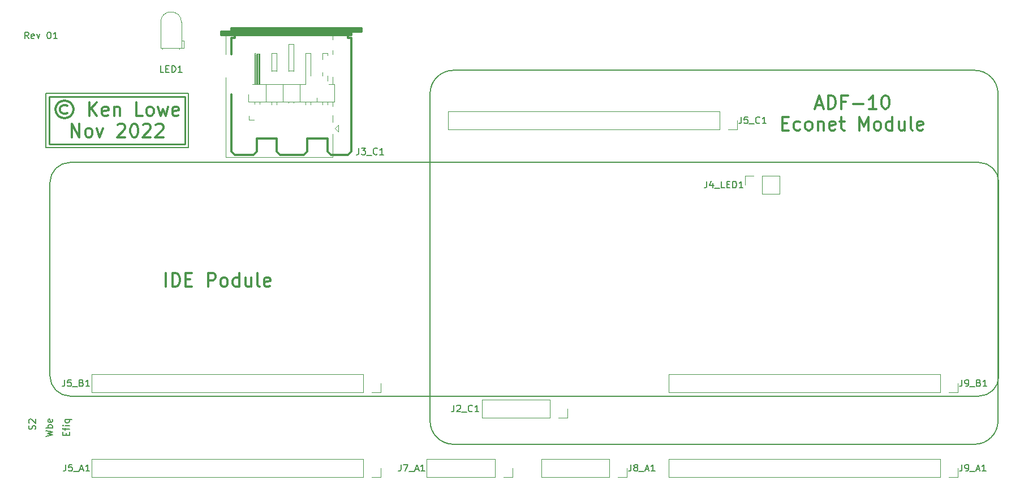
<source format=gbr>
G04 #@! TF.GenerationSoftware,KiCad,Pcbnew,(6.0.7)*
G04 #@! TF.CreationDate,2022-11-13T23:20:38+00:00*
G04 #@! TF.ProjectId,A3010PoduleCarrier,41333031-3050-46f6-9475-6c6543617272,01a*
G04 #@! TF.SameCoordinates,Original*
G04 #@! TF.FileFunction,Legend,Top*
G04 #@! TF.FilePolarity,Positive*
%FSLAX46Y46*%
G04 Gerber Fmt 4.6, Leading zero omitted, Abs format (unit mm)*
G04 Created by KiCad (PCBNEW (6.0.7)) date 2022-11-13 23:20:38*
%MOMM*%
%LPD*%
G01*
G04 APERTURE LIST*
%ADD10C,0.150000*%
%ADD11C,0.200000*%
%ADD12C,0.250000*%
%ADD13C,0.300000*%
%ADD14C,0.120000*%
%ADD15C,0.304800*%
G04 APERTURE END LIST*
D10*
X99174000Y-63111000D02*
X77838000Y-63111000D01*
D11*
X220306000Y-63175000D02*
G75*
G03*
X216806000Y-59675000I-3500000J0D01*
G01*
X78426000Y-105470000D02*
X78426000Y-76470000D01*
X216806000Y-59675000D02*
X138806000Y-59675000D01*
X217426000Y-108470000D02*
G75*
G03*
X220426000Y-105470000I0J3000000D01*
G01*
D12*
X98666000Y-70731000D02*
X98666000Y-63619000D01*
X98666000Y-63619000D02*
X78346000Y-63619000D01*
D11*
X135306000Y-112175000D02*
X135306000Y-63175000D01*
X135306000Y-112175000D02*
G75*
G03*
X138806000Y-115675000I3500000J0D01*
G01*
X81426000Y-108470000D02*
X217426000Y-108470000D01*
X216806000Y-115675000D02*
X138806000Y-115675000D01*
X220426000Y-105470000D02*
X220426000Y-76470000D01*
X81426000Y-73470000D02*
X217426000Y-73470000D01*
X78426000Y-105470000D02*
G75*
G03*
X81426000Y-108470000I3000000J0D01*
G01*
D10*
X77838000Y-71239000D02*
X99174000Y-71239000D01*
X99174000Y-71239000D02*
X99174000Y-63111000D01*
D11*
X220306000Y-63175000D02*
X220306000Y-112175000D01*
X220426000Y-76470000D02*
G75*
G03*
X217426000Y-73470000I-3000000J0D01*
G01*
D12*
X78346000Y-70731000D02*
X98666000Y-70731000D01*
D11*
X216806000Y-115675000D02*
G75*
G03*
X220306000Y-112175000I0J3500000D01*
G01*
D12*
X78346000Y-63619000D02*
X78346000Y-70731000D01*
D11*
X81426000Y-73470000D02*
G75*
G03*
X78426000Y-76470000I0J-3000000D01*
G01*
D10*
X77838000Y-63111000D02*
X77838000Y-71239000D01*
D11*
X138806000Y-59675000D02*
G75*
G03*
X135306000Y-63175000I0J-3500000D01*
G01*
D13*
X193069809Y-64873333D02*
X194022190Y-64873333D01*
X192879333Y-65444761D02*
X193546000Y-63444761D01*
X194212666Y-65444761D01*
X194879333Y-65444761D02*
X194879333Y-63444761D01*
X195355523Y-63444761D01*
X195641238Y-63540000D01*
X195831714Y-63730476D01*
X195926952Y-63920952D01*
X196022190Y-64301904D01*
X196022190Y-64587619D01*
X195926952Y-64968571D01*
X195831714Y-65159047D01*
X195641238Y-65349523D01*
X195355523Y-65444761D01*
X194879333Y-65444761D01*
X197546000Y-64397142D02*
X196879333Y-64397142D01*
X196879333Y-65444761D02*
X196879333Y-63444761D01*
X197831714Y-63444761D01*
X198593619Y-64682857D02*
X200117428Y-64682857D01*
X202117428Y-65444761D02*
X200974571Y-65444761D01*
X201546000Y-65444761D02*
X201546000Y-63444761D01*
X201355523Y-63730476D01*
X201165047Y-63920952D01*
X200974571Y-64016190D01*
X203355523Y-63444761D02*
X203546000Y-63444761D01*
X203736476Y-63540000D01*
X203831714Y-63635238D01*
X203926952Y-63825714D01*
X204022190Y-64206666D01*
X204022190Y-64682857D01*
X203926952Y-65063809D01*
X203831714Y-65254285D01*
X203736476Y-65349523D01*
X203546000Y-65444761D01*
X203355523Y-65444761D01*
X203165047Y-65349523D01*
X203069809Y-65254285D01*
X202974571Y-65063809D01*
X202879333Y-64682857D01*
X202879333Y-64206666D01*
X202974571Y-63825714D01*
X203069809Y-63635238D01*
X203165047Y-63540000D01*
X203355523Y-63444761D01*
X188022190Y-67617142D02*
X188688857Y-67617142D01*
X188974571Y-68664761D02*
X188022190Y-68664761D01*
X188022190Y-66664761D01*
X188974571Y-66664761D01*
X190688857Y-68569523D02*
X190498380Y-68664761D01*
X190117428Y-68664761D01*
X189926952Y-68569523D01*
X189831714Y-68474285D01*
X189736476Y-68283809D01*
X189736476Y-67712380D01*
X189831714Y-67521904D01*
X189926952Y-67426666D01*
X190117428Y-67331428D01*
X190498380Y-67331428D01*
X190688857Y-67426666D01*
X191831714Y-68664761D02*
X191641238Y-68569523D01*
X191546000Y-68474285D01*
X191450761Y-68283809D01*
X191450761Y-67712380D01*
X191546000Y-67521904D01*
X191641238Y-67426666D01*
X191831714Y-67331428D01*
X192117428Y-67331428D01*
X192307904Y-67426666D01*
X192403142Y-67521904D01*
X192498380Y-67712380D01*
X192498380Y-68283809D01*
X192403142Y-68474285D01*
X192307904Y-68569523D01*
X192117428Y-68664761D01*
X191831714Y-68664761D01*
X193355523Y-67331428D02*
X193355523Y-68664761D01*
X193355523Y-67521904D02*
X193450761Y-67426666D01*
X193641238Y-67331428D01*
X193926952Y-67331428D01*
X194117428Y-67426666D01*
X194212666Y-67617142D01*
X194212666Y-68664761D01*
X195926952Y-68569523D02*
X195736476Y-68664761D01*
X195355523Y-68664761D01*
X195165047Y-68569523D01*
X195069809Y-68379047D01*
X195069809Y-67617142D01*
X195165047Y-67426666D01*
X195355523Y-67331428D01*
X195736476Y-67331428D01*
X195926952Y-67426666D01*
X196022190Y-67617142D01*
X196022190Y-67807619D01*
X195069809Y-67998095D01*
X196593619Y-67331428D02*
X197355523Y-67331428D01*
X196879333Y-66664761D02*
X196879333Y-68379047D01*
X196974571Y-68569523D01*
X197165047Y-68664761D01*
X197355523Y-68664761D01*
X199546000Y-68664761D02*
X199546000Y-66664761D01*
X200212666Y-68093333D01*
X200879333Y-66664761D01*
X200879333Y-68664761D01*
X202117428Y-68664761D02*
X201926952Y-68569523D01*
X201831714Y-68474285D01*
X201736476Y-68283809D01*
X201736476Y-67712380D01*
X201831714Y-67521904D01*
X201926952Y-67426666D01*
X202117428Y-67331428D01*
X202403142Y-67331428D01*
X202593619Y-67426666D01*
X202688857Y-67521904D01*
X202784095Y-67712380D01*
X202784095Y-68283809D01*
X202688857Y-68474285D01*
X202593619Y-68569523D01*
X202403142Y-68664761D01*
X202117428Y-68664761D01*
X204498380Y-68664761D02*
X204498380Y-66664761D01*
X204498380Y-68569523D02*
X204307904Y-68664761D01*
X203926952Y-68664761D01*
X203736476Y-68569523D01*
X203641238Y-68474285D01*
X203546000Y-68283809D01*
X203546000Y-67712380D01*
X203641238Y-67521904D01*
X203736476Y-67426666D01*
X203926952Y-67331428D01*
X204307904Y-67331428D01*
X204498380Y-67426666D01*
X206307904Y-67331428D02*
X206307904Y-68664761D01*
X205450761Y-67331428D02*
X205450761Y-68379047D01*
X205546000Y-68569523D01*
X205736476Y-68664761D01*
X206022190Y-68664761D01*
X206212666Y-68569523D01*
X206307904Y-68474285D01*
X207546000Y-68664761D02*
X207355523Y-68569523D01*
X207260285Y-68379047D01*
X207260285Y-66664761D01*
X209069809Y-68569523D02*
X208879333Y-68664761D01*
X208498380Y-68664761D01*
X208307904Y-68569523D01*
X208212666Y-68379047D01*
X208212666Y-67617142D01*
X208307904Y-67426666D01*
X208498380Y-67331428D01*
X208879333Y-67331428D01*
X209069809Y-67426666D01*
X209165047Y-67617142D01*
X209165047Y-67807619D01*
X208212666Y-67998095D01*
D10*
X75242666Y-54927380D02*
X74909333Y-54451190D01*
X74671238Y-54927380D02*
X74671238Y-53927380D01*
X75052190Y-53927380D01*
X75147428Y-53975000D01*
X75195047Y-54022619D01*
X75242666Y-54117857D01*
X75242666Y-54260714D01*
X75195047Y-54355952D01*
X75147428Y-54403571D01*
X75052190Y-54451190D01*
X74671238Y-54451190D01*
X76052190Y-54879761D02*
X75956952Y-54927380D01*
X75766476Y-54927380D01*
X75671238Y-54879761D01*
X75623619Y-54784523D01*
X75623619Y-54403571D01*
X75671238Y-54308333D01*
X75766476Y-54260714D01*
X75956952Y-54260714D01*
X76052190Y-54308333D01*
X76099809Y-54403571D01*
X76099809Y-54498809D01*
X75623619Y-54594047D01*
X76433142Y-54260714D02*
X76671238Y-54927380D01*
X76909333Y-54260714D01*
X78242666Y-53927380D02*
X78337904Y-53927380D01*
X78433142Y-53975000D01*
X78480761Y-54022619D01*
X78528380Y-54117857D01*
X78576000Y-54308333D01*
X78576000Y-54546428D01*
X78528380Y-54736904D01*
X78480761Y-54832142D01*
X78433142Y-54879761D01*
X78337904Y-54927380D01*
X78242666Y-54927380D01*
X78147428Y-54879761D01*
X78099809Y-54832142D01*
X78052190Y-54736904D01*
X78004571Y-54546428D01*
X78004571Y-54308333D01*
X78052190Y-54117857D01*
X78099809Y-54022619D01*
X78147428Y-53975000D01*
X78242666Y-53927380D01*
X79528380Y-54927380D02*
X78956952Y-54927380D01*
X79242666Y-54927380D02*
X79242666Y-53927380D01*
X79147428Y-54070238D01*
X79052190Y-54165476D01*
X78956952Y-54213095D01*
D13*
X80982190Y-64945952D02*
X80791714Y-64850714D01*
X80410761Y-64850714D01*
X80220285Y-64945952D01*
X80029809Y-65136428D01*
X79934571Y-65326904D01*
X79934571Y-65707857D01*
X80029809Y-65898333D01*
X80220285Y-66088809D01*
X80410761Y-66184047D01*
X80791714Y-66184047D01*
X80982190Y-66088809D01*
X80601238Y-64184047D02*
X80125047Y-64279285D01*
X79648857Y-64565000D01*
X79363142Y-65041190D01*
X79267904Y-65517380D01*
X79363142Y-65993571D01*
X79648857Y-66469761D01*
X80125047Y-66755476D01*
X80601238Y-66850714D01*
X81077428Y-66755476D01*
X81553619Y-66469761D01*
X81839333Y-65993571D01*
X81934571Y-65517380D01*
X81839333Y-65041190D01*
X81553619Y-64565000D01*
X81077428Y-64279285D01*
X80601238Y-64184047D01*
X84315523Y-66469761D02*
X84315523Y-64469761D01*
X85458380Y-66469761D02*
X84601238Y-65326904D01*
X85458380Y-64469761D02*
X84315523Y-65612619D01*
X87077428Y-66374523D02*
X86886952Y-66469761D01*
X86506000Y-66469761D01*
X86315523Y-66374523D01*
X86220285Y-66184047D01*
X86220285Y-65422142D01*
X86315523Y-65231666D01*
X86506000Y-65136428D01*
X86886952Y-65136428D01*
X87077428Y-65231666D01*
X87172666Y-65422142D01*
X87172666Y-65612619D01*
X86220285Y-65803095D01*
X88029809Y-65136428D02*
X88029809Y-66469761D01*
X88029809Y-65326904D02*
X88125047Y-65231666D01*
X88315523Y-65136428D01*
X88601238Y-65136428D01*
X88791714Y-65231666D01*
X88886952Y-65422142D01*
X88886952Y-66469761D01*
X92315523Y-66469761D02*
X91363142Y-66469761D01*
X91363142Y-64469761D01*
X93267904Y-66469761D02*
X93077428Y-66374523D01*
X92982190Y-66279285D01*
X92886952Y-66088809D01*
X92886952Y-65517380D01*
X92982190Y-65326904D01*
X93077428Y-65231666D01*
X93267904Y-65136428D01*
X93553619Y-65136428D01*
X93744095Y-65231666D01*
X93839333Y-65326904D01*
X93934571Y-65517380D01*
X93934571Y-66088809D01*
X93839333Y-66279285D01*
X93744095Y-66374523D01*
X93553619Y-66469761D01*
X93267904Y-66469761D01*
X94601238Y-65136428D02*
X94982190Y-66469761D01*
X95363142Y-65517380D01*
X95744095Y-66469761D01*
X96125047Y-65136428D01*
X97648857Y-66374523D02*
X97458380Y-66469761D01*
X97077428Y-66469761D01*
X96886952Y-66374523D01*
X96791714Y-66184047D01*
X96791714Y-65422142D01*
X96886952Y-65231666D01*
X97077428Y-65136428D01*
X97458380Y-65136428D01*
X97648857Y-65231666D01*
X97744095Y-65422142D01*
X97744095Y-65612619D01*
X96791714Y-65803095D01*
X81696476Y-69689761D02*
X81696476Y-67689761D01*
X82839333Y-69689761D01*
X82839333Y-67689761D01*
X84077428Y-69689761D02*
X83886952Y-69594523D01*
X83791714Y-69499285D01*
X83696476Y-69308809D01*
X83696476Y-68737380D01*
X83791714Y-68546904D01*
X83886952Y-68451666D01*
X84077428Y-68356428D01*
X84363142Y-68356428D01*
X84553619Y-68451666D01*
X84648857Y-68546904D01*
X84744095Y-68737380D01*
X84744095Y-69308809D01*
X84648857Y-69499285D01*
X84553619Y-69594523D01*
X84363142Y-69689761D01*
X84077428Y-69689761D01*
X85410761Y-68356428D02*
X85886952Y-69689761D01*
X86363142Y-68356428D01*
X88553619Y-67880238D02*
X88648857Y-67785000D01*
X88839333Y-67689761D01*
X89315523Y-67689761D01*
X89506000Y-67785000D01*
X89601238Y-67880238D01*
X89696476Y-68070714D01*
X89696476Y-68261190D01*
X89601238Y-68546904D01*
X88458380Y-69689761D01*
X89696476Y-69689761D01*
X90934571Y-67689761D02*
X91125047Y-67689761D01*
X91315523Y-67785000D01*
X91410761Y-67880238D01*
X91506000Y-68070714D01*
X91601238Y-68451666D01*
X91601238Y-68927857D01*
X91506000Y-69308809D01*
X91410761Y-69499285D01*
X91315523Y-69594523D01*
X91125047Y-69689761D01*
X90934571Y-69689761D01*
X90744095Y-69594523D01*
X90648857Y-69499285D01*
X90553619Y-69308809D01*
X90458380Y-68927857D01*
X90458380Y-68451666D01*
X90553619Y-68070714D01*
X90648857Y-67880238D01*
X90744095Y-67785000D01*
X90934571Y-67689761D01*
X92363142Y-67880238D02*
X92458380Y-67785000D01*
X92648857Y-67689761D01*
X93125047Y-67689761D01*
X93315523Y-67785000D01*
X93410761Y-67880238D01*
X93506000Y-68070714D01*
X93506000Y-68261190D01*
X93410761Y-68546904D01*
X92267904Y-69689761D01*
X93506000Y-69689761D01*
X94267904Y-67880238D02*
X94363142Y-67785000D01*
X94553619Y-67689761D01*
X95029809Y-67689761D01*
X95220285Y-67785000D01*
X95315523Y-67880238D01*
X95410761Y-68070714D01*
X95410761Y-68261190D01*
X95315523Y-68546904D01*
X94172666Y-69689761D01*
X95410761Y-69689761D01*
D10*
X77798380Y-114484404D02*
X78798380Y-114246309D01*
X78084095Y-114055833D01*
X78798380Y-113865357D01*
X77798380Y-113627261D01*
X78798380Y-113246309D02*
X77798380Y-113246309D01*
X78179333Y-113246309D02*
X78131714Y-113151071D01*
X78131714Y-112960595D01*
X78179333Y-112865357D01*
X78226952Y-112817738D01*
X78322190Y-112770119D01*
X78607904Y-112770119D01*
X78703142Y-112817738D01*
X78750761Y-112865357D01*
X78798380Y-112960595D01*
X78798380Y-113151071D01*
X78750761Y-113246309D01*
X78750761Y-111960595D02*
X78798380Y-112055833D01*
X78798380Y-112246309D01*
X78750761Y-112341547D01*
X78655523Y-112389166D01*
X78274571Y-112389166D01*
X78179333Y-112341547D01*
X78131714Y-112246309D01*
X78131714Y-112055833D01*
X78179333Y-111960595D01*
X78274571Y-111912976D01*
X78369809Y-111912976D01*
X78465047Y-112389166D01*
X76210761Y-113436785D02*
X76258380Y-113293928D01*
X76258380Y-113055833D01*
X76210761Y-112960595D01*
X76163142Y-112912976D01*
X76067904Y-112865357D01*
X75972666Y-112865357D01*
X75877428Y-112912976D01*
X75829809Y-112960595D01*
X75782190Y-113055833D01*
X75734571Y-113246309D01*
X75686952Y-113341547D01*
X75639333Y-113389166D01*
X75544095Y-113436785D01*
X75448857Y-113436785D01*
X75353619Y-113389166D01*
X75306000Y-113341547D01*
X75258380Y-113246309D01*
X75258380Y-113008214D01*
X75306000Y-112865357D01*
X75353619Y-112484404D02*
X75306000Y-112436785D01*
X75258380Y-112341547D01*
X75258380Y-112103452D01*
X75306000Y-112008214D01*
X75353619Y-111960595D01*
X75448857Y-111912976D01*
X75544095Y-111912976D01*
X75686952Y-111960595D01*
X76258380Y-112532023D01*
X76258380Y-111912976D01*
D13*
X95784095Y-92054761D02*
X95784095Y-90054761D01*
X96736476Y-92054761D02*
X96736476Y-90054761D01*
X97212666Y-90054761D01*
X97498380Y-90150000D01*
X97688857Y-90340476D01*
X97784095Y-90530952D01*
X97879333Y-90911904D01*
X97879333Y-91197619D01*
X97784095Y-91578571D01*
X97688857Y-91769047D01*
X97498380Y-91959523D01*
X97212666Y-92054761D01*
X96736476Y-92054761D01*
X98736476Y-91007142D02*
X99403142Y-91007142D01*
X99688857Y-92054761D02*
X98736476Y-92054761D01*
X98736476Y-90054761D01*
X99688857Y-90054761D01*
X102069809Y-92054761D02*
X102069809Y-90054761D01*
X102831714Y-90054761D01*
X103022190Y-90150000D01*
X103117428Y-90245238D01*
X103212666Y-90435714D01*
X103212666Y-90721428D01*
X103117428Y-90911904D01*
X103022190Y-91007142D01*
X102831714Y-91102380D01*
X102069809Y-91102380D01*
X104355523Y-92054761D02*
X104165047Y-91959523D01*
X104069809Y-91864285D01*
X103974571Y-91673809D01*
X103974571Y-91102380D01*
X104069809Y-90911904D01*
X104165047Y-90816666D01*
X104355523Y-90721428D01*
X104641238Y-90721428D01*
X104831714Y-90816666D01*
X104926952Y-90911904D01*
X105022190Y-91102380D01*
X105022190Y-91673809D01*
X104926952Y-91864285D01*
X104831714Y-91959523D01*
X104641238Y-92054761D01*
X104355523Y-92054761D01*
X106736476Y-92054761D02*
X106736476Y-90054761D01*
X106736476Y-91959523D02*
X106546000Y-92054761D01*
X106165047Y-92054761D01*
X105974571Y-91959523D01*
X105879333Y-91864285D01*
X105784095Y-91673809D01*
X105784095Y-91102380D01*
X105879333Y-90911904D01*
X105974571Y-90816666D01*
X106165047Y-90721428D01*
X106546000Y-90721428D01*
X106736476Y-90816666D01*
X108546000Y-90721428D02*
X108546000Y-92054761D01*
X107688857Y-90721428D02*
X107688857Y-91769047D01*
X107784095Y-91959523D01*
X107974571Y-92054761D01*
X108260285Y-92054761D01*
X108450761Y-91959523D01*
X108546000Y-91864285D01*
X109784095Y-92054761D02*
X109593619Y-91959523D01*
X109498380Y-91769047D01*
X109498380Y-90054761D01*
X111307904Y-91959523D02*
X111117428Y-92054761D01*
X110736476Y-92054761D01*
X110546000Y-91959523D01*
X110450761Y-91769047D01*
X110450761Y-91007142D01*
X110546000Y-90816666D01*
X110736476Y-90721428D01*
X111117428Y-90721428D01*
X111307904Y-90816666D01*
X111403142Y-91007142D01*
X111403142Y-91197619D01*
X110450761Y-91388095D01*
D10*
X80814571Y-114341547D02*
X80814571Y-114008214D01*
X81338380Y-113865357D02*
X81338380Y-114341547D01*
X80338380Y-114341547D01*
X80338380Y-113865357D01*
X80671714Y-113579642D02*
X80671714Y-113198690D01*
X81338380Y-113436785D02*
X80481238Y-113436785D01*
X80386000Y-113389166D01*
X80338380Y-113293928D01*
X80338380Y-113198690D01*
X81338380Y-112865357D02*
X80671714Y-112865357D01*
X80338380Y-112865357D02*
X80386000Y-112912976D01*
X80433619Y-112865357D01*
X80386000Y-112817738D01*
X80338380Y-112865357D01*
X80433619Y-112865357D01*
X80671714Y-111960595D02*
X81671714Y-111960595D01*
X81290761Y-111960595D02*
X81338380Y-112055833D01*
X81338380Y-112246309D01*
X81290761Y-112341547D01*
X81243142Y-112389166D01*
X81147904Y-112436785D01*
X80862190Y-112436785D01*
X80766952Y-112389166D01*
X80719333Y-112341547D01*
X80671714Y-112246309D01*
X80671714Y-112055833D01*
X80719333Y-111960595D01*
X214917309Y-105997380D02*
X214917309Y-106711666D01*
X214869690Y-106854523D01*
X214774452Y-106949761D01*
X214631595Y-106997380D01*
X214536357Y-106997380D01*
X215441119Y-106997380D02*
X215631595Y-106997380D01*
X215726833Y-106949761D01*
X215774452Y-106902142D01*
X215869690Y-106759285D01*
X215917309Y-106568809D01*
X215917309Y-106187857D01*
X215869690Y-106092619D01*
X215822071Y-106045000D01*
X215726833Y-105997380D01*
X215536357Y-105997380D01*
X215441119Y-106045000D01*
X215393500Y-106092619D01*
X215345880Y-106187857D01*
X215345880Y-106425952D01*
X215393500Y-106521190D01*
X215441119Y-106568809D01*
X215536357Y-106616428D01*
X215726833Y-106616428D01*
X215822071Y-106568809D01*
X215869690Y-106521190D01*
X215917309Y-106425952D01*
X216107785Y-107092619D02*
X216869690Y-107092619D01*
X217441119Y-106473571D02*
X217583976Y-106521190D01*
X217631595Y-106568809D01*
X217679214Y-106664047D01*
X217679214Y-106806904D01*
X217631595Y-106902142D01*
X217583976Y-106949761D01*
X217488738Y-106997380D01*
X217107785Y-106997380D01*
X217107785Y-105997380D01*
X217441119Y-105997380D01*
X217536357Y-106045000D01*
X217583976Y-106092619D01*
X217631595Y-106187857D01*
X217631595Y-106283095D01*
X217583976Y-106378333D01*
X217536357Y-106425952D01*
X217441119Y-106473571D01*
X217107785Y-106473571D01*
X218631595Y-106997380D02*
X218060166Y-106997380D01*
X218345880Y-106997380D02*
X218345880Y-105997380D01*
X218250642Y-106140238D01*
X218155404Y-106235476D01*
X218060166Y-106283095D01*
X138885523Y-109807380D02*
X138885523Y-110521666D01*
X138837904Y-110664523D01*
X138742666Y-110759761D01*
X138599809Y-110807380D01*
X138504571Y-110807380D01*
X139314095Y-109902619D02*
X139361714Y-109855000D01*
X139456952Y-109807380D01*
X139695047Y-109807380D01*
X139790285Y-109855000D01*
X139837904Y-109902619D01*
X139885523Y-109997857D01*
X139885523Y-110093095D01*
X139837904Y-110235952D01*
X139266476Y-110807380D01*
X139885523Y-110807380D01*
X140076000Y-110902619D02*
X140837904Y-110902619D01*
X141647428Y-110712142D02*
X141599809Y-110759761D01*
X141456952Y-110807380D01*
X141361714Y-110807380D01*
X141218857Y-110759761D01*
X141123619Y-110664523D01*
X141076000Y-110569285D01*
X141028380Y-110378809D01*
X141028380Y-110235952D01*
X141076000Y-110045476D01*
X141123619Y-109950238D01*
X141218857Y-109855000D01*
X141361714Y-109807380D01*
X141456952Y-109807380D01*
X141599809Y-109855000D01*
X141647428Y-109902619D01*
X142599809Y-110807380D02*
X142028380Y-110807380D01*
X142314095Y-110807380D02*
X142314095Y-109807380D01*
X142218857Y-109950238D01*
X142123619Y-110045476D01*
X142028380Y-110093095D01*
X130941595Y-118697380D02*
X130941595Y-119411666D01*
X130893976Y-119554523D01*
X130798738Y-119649761D01*
X130655880Y-119697380D01*
X130560642Y-119697380D01*
X131322547Y-118697380D02*
X131989214Y-118697380D01*
X131560642Y-119697380D01*
X132132071Y-119792619D02*
X132893976Y-119792619D01*
X133084452Y-119411666D02*
X133560642Y-119411666D01*
X132989214Y-119697380D02*
X133322547Y-118697380D01*
X133655880Y-119697380D01*
X134513023Y-119697380D02*
X133941595Y-119697380D01*
X134227309Y-119697380D02*
X134227309Y-118697380D01*
X134132071Y-118840238D01*
X134036833Y-118935476D01*
X133941595Y-118983095D01*
X165387309Y-118697380D02*
X165387309Y-119411666D01*
X165339690Y-119554523D01*
X165244452Y-119649761D01*
X165101595Y-119697380D01*
X165006357Y-119697380D01*
X166006357Y-119125952D02*
X165911119Y-119078333D01*
X165863500Y-119030714D01*
X165815880Y-118935476D01*
X165815880Y-118887857D01*
X165863500Y-118792619D01*
X165911119Y-118745000D01*
X166006357Y-118697380D01*
X166196833Y-118697380D01*
X166292071Y-118745000D01*
X166339690Y-118792619D01*
X166387309Y-118887857D01*
X166387309Y-118935476D01*
X166339690Y-119030714D01*
X166292071Y-119078333D01*
X166196833Y-119125952D01*
X166006357Y-119125952D01*
X165911119Y-119173571D01*
X165863500Y-119221190D01*
X165815880Y-119316428D01*
X165815880Y-119506904D01*
X165863500Y-119602142D01*
X165911119Y-119649761D01*
X166006357Y-119697380D01*
X166196833Y-119697380D01*
X166292071Y-119649761D01*
X166339690Y-119602142D01*
X166387309Y-119506904D01*
X166387309Y-119316428D01*
X166339690Y-119221190D01*
X166292071Y-119173571D01*
X166196833Y-119125952D01*
X166577785Y-119792619D02*
X167339690Y-119792619D01*
X167530166Y-119411666D02*
X168006357Y-119411666D01*
X167434928Y-119697380D02*
X167768261Y-118697380D01*
X168101595Y-119697380D01*
X168958738Y-119697380D02*
X168387309Y-119697380D01*
X168673023Y-119697380D02*
X168673023Y-118697380D01*
X168577785Y-118840238D01*
X168482547Y-118935476D01*
X168387309Y-118983095D01*
X124655523Y-71301600D02*
X124655523Y-72015886D01*
X124607904Y-72158743D01*
X124512666Y-72253981D01*
X124369809Y-72301600D01*
X124274571Y-72301600D01*
X125036476Y-71301600D02*
X125655523Y-71301600D01*
X125322190Y-71682553D01*
X125465047Y-71682553D01*
X125560285Y-71730172D01*
X125607904Y-71777791D01*
X125655523Y-71873029D01*
X125655523Y-72111124D01*
X125607904Y-72206362D01*
X125560285Y-72253981D01*
X125465047Y-72301600D01*
X125179333Y-72301600D01*
X125084095Y-72253981D01*
X125036476Y-72206362D01*
X125846000Y-72396839D02*
X126607904Y-72396839D01*
X127417428Y-72206362D02*
X127369809Y-72253981D01*
X127226952Y-72301600D01*
X127131714Y-72301600D01*
X126988857Y-72253981D01*
X126893619Y-72158743D01*
X126846000Y-72063505D01*
X126798380Y-71873029D01*
X126798380Y-71730172D01*
X126846000Y-71539696D01*
X126893619Y-71444458D01*
X126988857Y-71349220D01*
X127131714Y-71301600D01*
X127226952Y-71301600D01*
X127369809Y-71349220D01*
X127417428Y-71396839D01*
X128369809Y-72301600D02*
X127798380Y-72301600D01*
X128084095Y-72301600D02*
X128084095Y-71301600D01*
X127988857Y-71444458D01*
X127893619Y-71539696D01*
X127798380Y-71587315D01*
X176709452Y-76279380D02*
X176709452Y-76993666D01*
X176661833Y-77136523D01*
X176566595Y-77231761D01*
X176423738Y-77279380D01*
X176328500Y-77279380D01*
X177614214Y-76612714D02*
X177614214Y-77279380D01*
X177376119Y-76231761D02*
X177138023Y-76946047D01*
X177757071Y-76946047D01*
X177899928Y-77374619D02*
X178661833Y-77374619D01*
X179376119Y-77279380D02*
X178899928Y-77279380D01*
X178899928Y-76279380D01*
X179709452Y-76755571D02*
X180042785Y-76755571D01*
X180185642Y-77279380D02*
X179709452Y-77279380D01*
X179709452Y-76279380D01*
X180185642Y-76279380D01*
X180614214Y-77279380D02*
X180614214Y-76279380D01*
X180852309Y-76279380D01*
X180995166Y-76327000D01*
X181090404Y-76422238D01*
X181138023Y-76517476D01*
X181185642Y-76707952D01*
X181185642Y-76850809D01*
X181138023Y-77041285D01*
X181090404Y-77136523D01*
X180995166Y-77231761D01*
X180852309Y-77279380D01*
X180614214Y-77279380D01*
X182138023Y-77279380D02*
X181566595Y-77279380D01*
X181852309Y-77279380D02*
X181852309Y-76279380D01*
X181757071Y-76422238D01*
X181661833Y-76517476D01*
X181566595Y-76565095D01*
X181897309Y-66627380D02*
X181897309Y-67341666D01*
X181849690Y-67484523D01*
X181754452Y-67579761D01*
X181611595Y-67627380D01*
X181516357Y-67627380D01*
X182849690Y-66627380D02*
X182373500Y-66627380D01*
X182325880Y-67103571D01*
X182373500Y-67055952D01*
X182468738Y-67008333D01*
X182706833Y-67008333D01*
X182802071Y-67055952D01*
X182849690Y-67103571D01*
X182897309Y-67198809D01*
X182897309Y-67436904D01*
X182849690Y-67532142D01*
X182802071Y-67579761D01*
X182706833Y-67627380D01*
X182468738Y-67627380D01*
X182373500Y-67579761D01*
X182325880Y-67532142D01*
X183087785Y-67722619D02*
X183849690Y-67722619D01*
X184659214Y-67532142D02*
X184611595Y-67579761D01*
X184468738Y-67627380D01*
X184373500Y-67627380D01*
X184230642Y-67579761D01*
X184135404Y-67484523D01*
X184087785Y-67389285D01*
X184040166Y-67198809D01*
X184040166Y-67055952D01*
X184087785Y-66865476D01*
X184135404Y-66770238D01*
X184230642Y-66675000D01*
X184373500Y-66627380D01*
X184468738Y-66627380D01*
X184611595Y-66675000D01*
X184659214Y-66722619D01*
X185611595Y-67627380D02*
X185040166Y-67627380D01*
X185325880Y-67627380D02*
X185325880Y-66627380D01*
X185230642Y-66770238D01*
X185135404Y-66865476D01*
X185040166Y-66913095D01*
X95426952Y-59962380D02*
X94950761Y-59962380D01*
X94950761Y-58962380D01*
X95760285Y-59438571D02*
X96093619Y-59438571D01*
X96236476Y-59962380D02*
X95760285Y-59962380D01*
X95760285Y-58962380D01*
X96236476Y-58962380D01*
X96665047Y-59962380D02*
X96665047Y-58962380D01*
X96903142Y-58962380D01*
X97046000Y-59010000D01*
X97141238Y-59105238D01*
X97188857Y-59200476D01*
X97236476Y-59390952D01*
X97236476Y-59533809D01*
X97188857Y-59724285D01*
X97141238Y-59819523D01*
X97046000Y-59914761D01*
X96903142Y-59962380D01*
X96665047Y-59962380D01*
X98188857Y-59962380D02*
X97617428Y-59962380D01*
X97903142Y-59962380D02*
X97903142Y-58962380D01*
X97807904Y-59105238D01*
X97712666Y-59200476D01*
X97617428Y-59248095D01*
X214917309Y-118697380D02*
X214917309Y-119411666D01*
X214869690Y-119554523D01*
X214774452Y-119649761D01*
X214631595Y-119697380D01*
X214536357Y-119697380D01*
X215441119Y-119697380D02*
X215631595Y-119697380D01*
X215726833Y-119649761D01*
X215774452Y-119602142D01*
X215869690Y-119459285D01*
X215917309Y-119268809D01*
X215917309Y-118887857D01*
X215869690Y-118792619D01*
X215822071Y-118745000D01*
X215726833Y-118697380D01*
X215536357Y-118697380D01*
X215441119Y-118745000D01*
X215393500Y-118792619D01*
X215345880Y-118887857D01*
X215345880Y-119125952D01*
X215393500Y-119221190D01*
X215441119Y-119268809D01*
X215536357Y-119316428D01*
X215726833Y-119316428D01*
X215822071Y-119268809D01*
X215869690Y-119221190D01*
X215917309Y-119125952D01*
X216107785Y-119792619D02*
X216869690Y-119792619D01*
X217060166Y-119411666D02*
X217536357Y-119411666D01*
X216964928Y-119697380D02*
X217298261Y-118697380D01*
X217631595Y-119697380D01*
X218488738Y-119697380D02*
X217917309Y-119697380D01*
X218203023Y-119697380D02*
X218203023Y-118697380D01*
X218107785Y-118840238D01*
X218012547Y-118935476D01*
X217917309Y-118983095D01*
X80633738Y-105997380D02*
X80633738Y-106711666D01*
X80586119Y-106854523D01*
X80490880Y-106949761D01*
X80348023Y-106997380D01*
X80252785Y-106997380D01*
X81586119Y-105997380D02*
X81109928Y-105997380D01*
X81062309Y-106473571D01*
X81109928Y-106425952D01*
X81205166Y-106378333D01*
X81443261Y-106378333D01*
X81538500Y-106425952D01*
X81586119Y-106473571D01*
X81633738Y-106568809D01*
X81633738Y-106806904D01*
X81586119Y-106902142D01*
X81538500Y-106949761D01*
X81443261Y-106997380D01*
X81205166Y-106997380D01*
X81109928Y-106949761D01*
X81062309Y-106902142D01*
X81824214Y-107092619D02*
X82586119Y-107092619D01*
X83157547Y-106473571D02*
X83300404Y-106521190D01*
X83348023Y-106568809D01*
X83395642Y-106664047D01*
X83395642Y-106806904D01*
X83348023Y-106902142D01*
X83300404Y-106949761D01*
X83205166Y-106997380D01*
X82824214Y-106997380D01*
X82824214Y-105997380D01*
X83157547Y-105997380D01*
X83252785Y-106045000D01*
X83300404Y-106092619D01*
X83348023Y-106187857D01*
X83348023Y-106283095D01*
X83300404Y-106378333D01*
X83252785Y-106425952D01*
X83157547Y-106473571D01*
X82824214Y-106473571D01*
X84348023Y-106997380D02*
X83776595Y-106997380D01*
X84062309Y-106997380D02*
X84062309Y-105997380D01*
X83967071Y-106140238D01*
X83871833Y-106235476D01*
X83776595Y-106283095D01*
X80776595Y-118697380D02*
X80776595Y-119411666D01*
X80728976Y-119554523D01*
X80633738Y-119649761D01*
X80490880Y-119697380D01*
X80395642Y-119697380D01*
X81728976Y-118697380D02*
X81252785Y-118697380D01*
X81205166Y-119173571D01*
X81252785Y-119125952D01*
X81348023Y-119078333D01*
X81586119Y-119078333D01*
X81681357Y-119125952D01*
X81728976Y-119173571D01*
X81776595Y-119268809D01*
X81776595Y-119506904D01*
X81728976Y-119602142D01*
X81681357Y-119649761D01*
X81586119Y-119697380D01*
X81348023Y-119697380D01*
X81252785Y-119649761D01*
X81205166Y-119602142D01*
X81967071Y-119792619D02*
X82728976Y-119792619D01*
X82919452Y-119411666D02*
X83395642Y-119411666D01*
X82824214Y-119697380D02*
X83157547Y-118697380D01*
X83490880Y-119697380D01*
X84348023Y-119697380D02*
X83776595Y-119697380D01*
X84062309Y-119697380D02*
X84062309Y-118697380D01*
X83967071Y-118840238D01*
X83871833Y-118935476D01*
X83776595Y-118983095D01*
D14*
X211696000Y-105215000D02*
X170996000Y-105215000D01*
X214296000Y-107875000D02*
X212966000Y-107875000D01*
X214296000Y-106545000D02*
X214296000Y-107875000D01*
X211696000Y-105215000D02*
X211696000Y-107875000D01*
X211696000Y-107875000D02*
X170996000Y-107875000D01*
X170996000Y-105215000D02*
X170996000Y-107875000D01*
X153276000Y-109025000D02*
X143056000Y-109025000D01*
X153276000Y-109025000D02*
X153276000Y-111685000D01*
X155876000Y-111685000D02*
X154546000Y-111685000D01*
X155876000Y-110355000D02*
X155876000Y-111685000D01*
X153276000Y-111685000D02*
X143056000Y-111685000D01*
X143056000Y-109025000D02*
X143056000Y-111685000D01*
X145021000Y-117915000D02*
X134801000Y-117915000D01*
X134801000Y-117915000D02*
X134801000Y-120575000D01*
X147621000Y-120575000D02*
X146291000Y-120575000D01*
X147621000Y-119245000D02*
X147621000Y-120575000D01*
X145021000Y-120575000D02*
X134801000Y-120575000D01*
X145021000Y-117915000D02*
X145021000Y-120575000D01*
X164766000Y-120575000D02*
X163436000Y-120575000D01*
X162166000Y-117915000D02*
X162166000Y-120575000D01*
X164766000Y-119245000D02*
X164766000Y-120575000D01*
X162166000Y-120575000D02*
X151946000Y-120575000D01*
X162166000Y-117915000D02*
X151946000Y-117915000D01*
X151946000Y-117915000D02*
X151946000Y-120575000D01*
X109626000Y-61750000D02*
X109626000Y-57250000D01*
D15*
X108845620Y-72349600D02*
X109346000Y-71849220D01*
D14*
X109506000Y-61750000D02*
X109506000Y-57250000D01*
D15*
X109346000Y-69850240D02*
X112346000Y-69850240D01*
X112346000Y-71849220D02*
X112346000Y-69850240D01*
D14*
X114926000Y-64580000D02*
X114926000Y-64410000D01*
X109846000Y-64740000D02*
X109846000Y-64410000D01*
X120728800Y-61758000D02*
X120728800Y-60676000D01*
D15*
X125046360Y-53599320D02*
X105546780Y-53599320D01*
D14*
X120134000Y-61750000D02*
X120956000Y-61750000D01*
D15*
X104045640Y-54351160D02*
X104045640Y-53850780D01*
X123545220Y-71849220D02*
X123545220Y-54849000D01*
X123044840Y-54849000D02*
X123044840Y-54351160D01*
X125046360Y-53850780D02*
X123545220Y-53850780D01*
D14*
X114166000Y-55750000D02*
X114926000Y-55750000D01*
X116706000Y-61750000D02*
X108704000Y-61750000D01*
X114166000Y-64580000D02*
X114166000Y-64410000D01*
X114926000Y-55750000D02*
X114926000Y-59802000D01*
X113276000Y-64410000D02*
X113276000Y-61750000D01*
X117466000Y-57140000D02*
X117466000Y-60516000D01*
X109086000Y-64740000D02*
X109086000Y-64410000D01*
X112386000Y-64807071D02*
X112386000Y-64410000D01*
X119246000Y-64807071D02*
X119246000Y-64410000D01*
X104708800Y-53797200D02*
X120728800Y-53797200D01*
D15*
X105546780Y-53350400D02*
X125046360Y-53350400D01*
X119946000Y-71849220D02*
X119946000Y-69850240D01*
D14*
X120728800Y-72667200D02*
X120728800Y-69250000D01*
D15*
X104045640Y-53850780D02*
X105546780Y-53850780D01*
D14*
X121096800Y-68387200D02*
X121604800Y-68895200D01*
X109146000Y-61750000D02*
X109146000Y-57250000D01*
X111626000Y-59802000D02*
X111626000Y-57150000D01*
X120728800Y-57250000D02*
X120728800Y-56650000D01*
X109386000Y-61750000D02*
X109386000Y-57250000D01*
D15*
X105546780Y-57250000D02*
X105546780Y-54849000D01*
D14*
X111626000Y-64807071D02*
X111626000Y-64410000D01*
X109266000Y-61750000D02*
X109266000Y-57250000D01*
D15*
X109346000Y-71849220D02*
X109346000Y-69850240D01*
X123545220Y-54099700D02*
X104045640Y-54099700D01*
D14*
X108998000Y-67120000D02*
X108196000Y-67120000D01*
X120956000Y-64410000D02*
X120956000Y-61750000D01*
D15*
X120446380Y-72350380D02*
X119946000Y-71850000D01*
D14*
X120006000Y-60516000D02*
X120006000Y-61278000D01*
X118356000Y-64410000D02*
X118356000Y-63818000D01*
X114166000Y-59802000D02*
X114166000Y-55750000D01*
D15*
X123545220Y-53850780D02*
X123545220Y-54351160D01*
D14*
X120006000Y-57468000D02*
X120006000Y-57120000D01*
X109846000Y-57214000D02*
X109846000Y-61750000D01*
D15*
X119946000Y-69850240D02*
X116946000Y-69850240D01*
D14*
X104708800Y-57237200D02*
X104708800Y-53797200D01*
X120728800Y-66450000D02*
X120728800Y-67450000D01*
D15*
X106047160Y-54351160D02*
X106047160Y-54849000D01*
X105546780Y-71849220D02*
X106047160Y-72349600D01*
X123545220Y-71849220D02*
X123044840Y-72349600D01*
D14*
X120728800Y-55050000D02*
X120728800Y-53797200D01*
X120006000Y-64807071D02*
X120006000Y-64410000D01*
D15*
X112843840Y-72349600D02*
X112346000Y-71850000D01*
D14*
X115816000Y-64410000D02*
X115816000Y-61750000D01*
D15*
X105546780Y-54849000D02*
X106047160Y-54849000D01*
D14*
X120728800Y-65050000D02*
X120728800Y-64410000D01*
X117466000Y-64807071D02*
X117466000Y-64410000D01*
X121604800Y-68895200D02*
X121604800Y-67879200D01*
X108136000Y-63310000D02*
X108136000Y-64410000D01*
X110736000Y-64410000D02*
X110736000Y-61750000D01*
X119246000Y-60516000D02*
X119246000Y-60008000D01*
X109746000Y-61750000D02*
X109746000Y-57250000D01*
X104708800Y-72667200D02*
X104708800Y-60737200D01*
X104708800Y-72667200D02*
X120728800Y-72667200D01*
D15*
X105546780Y-53850780D02*
X123545220Y-53850780D01*
D14*
X119246000Y-58022000D02*
X119246000Y-57214000D01*
X121604800Y-67879200D02*
X121096800Y-68387200D01*
X109086000Y-61750000D02*
X109086000Y-57214000D01*
X116706000Y-64807071D02*
X116706000Y-64410000D01*
D15*
X105546780Y-53850780D02*
X105546780Y-53350400D01*
X123545220Y-54849000D02*
X123044840Y-54849000D01*
X123545220Y-54351160D02*
X104045640Y-54351160D01*
X123044840Y-72349600D02*
X120446380Y-72350380D01*
X116448160Y-72350380D02*
X116946000Y-71850000D01*
X116448160Y-72350380D02*
X112843840Y-72349600D01*
D14*
X108136000Y-64410000D02*
X120956000Y-64410000D01*
D15*
X116946000Y-71849220D02*
X116946000Y-69850240D01*
D14*
X116706000Y-61750000D02*
X116706000Y-57214000D01*
D15*
X106047160Y-72349600D02*
X108845620Y-72349600D01*
D14*
X112386000Y-57170000D02*
X112386000Y-59802000D01*
D15*
X105546780Y-71849220D02*
X105546780Y-63250000D01*
X125046360Y-53350400D02*
X125046360Y-53850780D01*
D14*
X108196000Y-67120000D02*
X108196000Y-66518000D01*
X109085998Y-57173379D02*
G75*
G03*
X109846000Y-57213999I453202J1349279D01*
G01*
X119255851Y-57169209D02*
G75*
G03*
X120006000Y-57119999I290148J1319206D01*
G01*
X116717872Y-57166371D02*
G75*
G03*
X117466000Y-57140000I328127J1316380D01*
G01*
X111644868Y-57152724D02*
G75*
G03*
X112386000Y-57169999I401132J1302724D01*
G01*
X114926000Y-59802001D02*
G75*
G03*
X114166000Y-59802001I-380000J-1015996D01*
G01*
X112386000Y-59802001D02*
G75*
G03*
X111626000Y-59802001I-380000J-1015996D01*
G01*
X182426000Y-76827000D02*
X182426000Y-75497000D01*
X185026000Y-75497000D02*
X187626000Y-75497000D01*
X185026000Y-78157000D02*
X187626000Y-78157000D01*
X185026000Y-78157000D02*
X185026000Y-75497000D01*
X187626000Y-78157000D02*
X187626000Y-75497000D01*
X182426000Y-75497000D02*
X183756000Y-75497000D01*
X181276000Y-68505000D02*
X179946000Y-68505000D01*
X178676000Y-68505000D02*
X137976000Y-68505000D01*
X137976000Y-65845000D02*
X137976000Y-68505000D01*
X178676000Y-65845000D02*
X137976000Y-65845000D01*
X178676000Y-65845000D02*
X178676000Y-68505000D01*
X181276000Y-67175000D02*
X181276000Y-68505000D01*
X94986000Y-56340000D02*
X98106000Y-56340000D01*
X95276000Y-56340000D02*
X95276000Y-56470000D01*
X98106000Y-56340000D02*
X98106000Y-52480000D01*
X97816000Y-56470000D02*
X97816000Y-56340000D01*
X98506000Y-55220000D02*
X98106000Y-55220000D01*
X97816000Y-56470000D02*
X97816000Y-56470000D01*
X98106000Y-56340000D02*
X98506000Y-56340000D01*
X95276000Y-56340000D02*
X95276000Y-56340000D01*
X98506000Y-56340000D02*
X98506000Y-55220000D01*
X95276000Y-56470000D02*
X95276000Y-56470000D01*
X98106000Y-55220000D02*
X98106000Y-56340000D01*
X97816000Y-56340000D02*
X97816000Y-56470000D01*
X97816000Y-56340000D02*
X97816000Y-56340000D01*
X95276000Y-56470000D02*
X95276000Y-56340000D01*
X94986000Y-56340000D02*
X94986000Y-52480000D01*
X98106000Y-52480000D02*
G75*
G03*
X94986000Y-52480000I-1560000J0D01*
G01*
X214296000Y-119245000D02*
X214296000Y-120575000D01*
X214296000Y-120575000D02*
X212966000Y-120575000D01*
X170996000Y-117915000D02*
X170996000Y-120575000D01*
X211696000Y-120575000D02*
X170996000Y-120575000D01*
X211696000Y-117915000D02*
X211696000Y-120575000D01*
X211696000Y-117915000D02*
X170996000Y-117915000D01*
X125336000Y-105215000D02*
X84636000Y-105215000D01*
X127936000Y-107875000D02*
X126606000Y-107875000D01*
X125336000Y-107875000D02*
X84636000Y-107875000D01*
X84636000Y-105215000D02*
X84636000Y-107875000D01*
X127936000Y-106545000D02*
X127936000Y-107875000D01*
X125336000Y-105215000D02*
X125336000Y-107875000D01*
X127936000Y-120575000D02*
X126606000Y-120575000D01*
X125336000Y-120575000D02*
X84636000Y-120575000D01*
X125336000Y-117915000D02*
X125336000Y-120575000D01*
X84636000Y-117915000D02*
X84636000Y-120575000D01*
X127936000Y-119245000D02*
X127936000Y-120575000D01*
X125336000Y-117915000D02*
X84636000Y-117915000D01*
M02*

</source>
